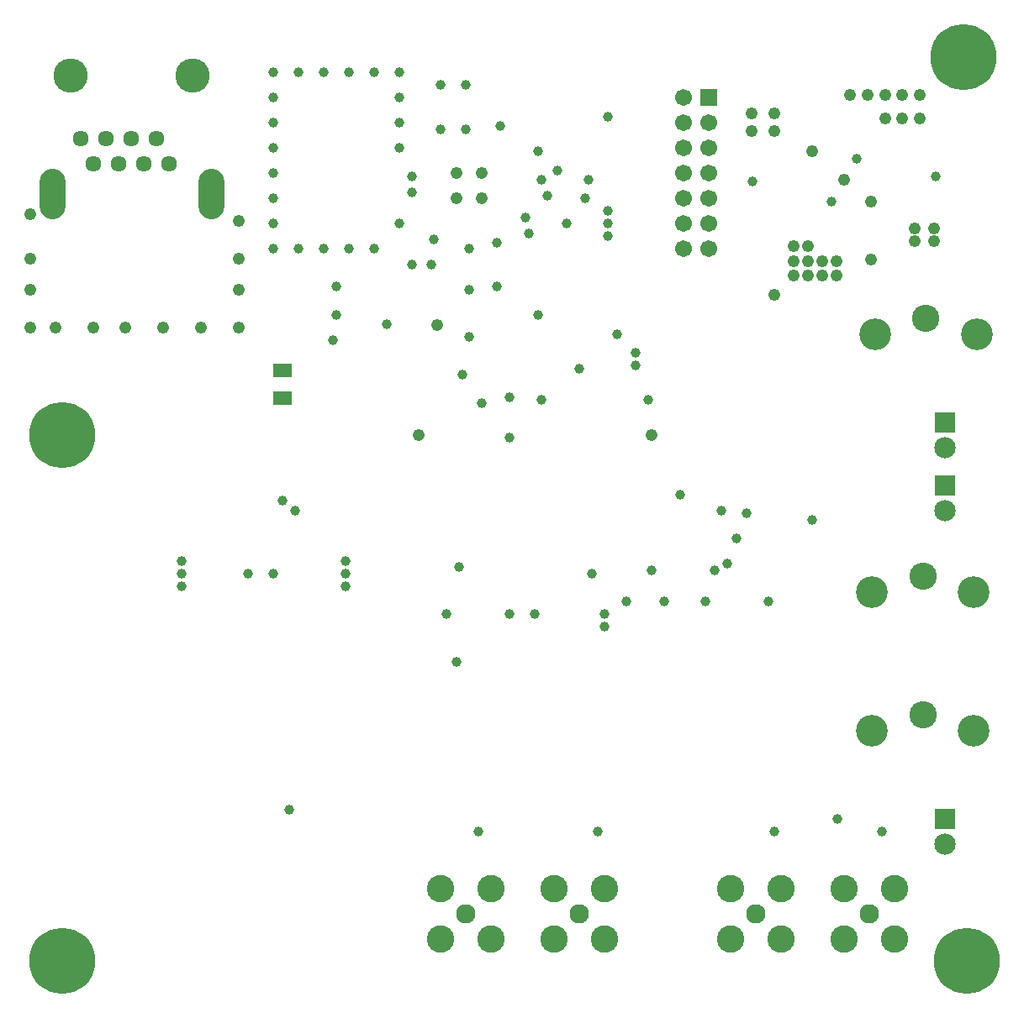
<source format=gbr>
G75*
G70*
%OFA0B0*%
%FSLAX24Y24*%
%IPPOS*%
%LPD*%
%AMOC8*
5,1,8,0,0,1.08239X$1,22.5*
%
%ADD10R,0.0670X0.0670*%
%ADD11C,0.0670*%
%ADD12C,0.1085*%
%ADD13C,0.0770*%
%ADD14C,0.1360*%
%ADD15C,0.1025*%
%ADD16C,0.0634*%
%ADD17R,0.0730X0.0580*%
%ADD18C,0.2620*%
%ADD19C,0.1084*%
%ADD20C,0.1261*%
%ADD21R,0.0848X0.0848*%
%ADD22C,0.0848*%
%ADD23C,0.0390*%
%ADD24C,0.0476*%
%ADD25C,0.0490*%
D10*
X027724Y036107D03*
D11*
X026724Y036107D03*
X026724Y035107D03*
X026724Y034107D03*
X026724Y033107D03*
X027724Y033107D03*
X027724Y034107D03*
X027724Y035107D03*
X027724Y032107D03*
X026724Y032107D03*
X026724Y031107D03*
X027724Y031107D03*
X027724Y030107D03*
X026724Y030107D03*
D12*
X028599Y004732D03*
X028599Y002732D03*
X030599Y002732D03*
X030599Y004732D03*
X033099Y004732D03*
X033099Y002732D03*
X035099Y002732D03*
X035099Y004732D03*
X023599Y004732D03*
X021599Y004732D03*
X021599Y002732D03*
X023599Y002732D03*
X019099Y002732D03*
X017099Y002732D03*
X017099Y004732D03*
X019099Y004732D03*
D13*
X018099Y003732D03*
X022599Y003732D03*
X029599Y003732D03*
X034099Y003732D03*
D14*
X007271Y036982D03*
X002428Y036982D03*
D15*
X001690Y032769D02*
X001690Y031824D01*
X008009Y031824D02*
X008009Y032769D01*
D16*
X006349Y033482D03*
X005349Y033482D03*
X004349Y033482D03*
X003349Y033482D03*
X002849Y034482D03*
X003849Y034482D03*
X004849Y034482D03*
X005849Y034482D03*
D17*
X010849Y025282D03*
X010849Y024182D03*
D18*
X002099Y001857D03*
X002099Y022732D03*
X037849Y037732D03*
X037974Y001857D03*
D19*
X036224Y011612D03*
X036224Y017112D03*
X036349Y027362D03*
D20*
X034322Y026732D03*
X038377Y026732D03*
X038252Y016482D03*
X034197Y016482D03*
X034197Y010982D03*
X038252Y010982D03*
D21*
X037099Y007482D03*
X037099Y020732D03*
X037099Y023232D03*
D22*
X037099Y022232D03*
X037099Y019732D03*
X037099Y006482D03*
D23*
X034599Y006982D03*
X032849Y007482D03*
X030349Y006982D03*
X023349Y006982D03*
X018599Y006982D03*
X017724Y013732D03*
X017349Y015607D03*
X017849Y017482D03*
X019849Y015607D03*
X020849Y015607D03*
X023099Y017232D03*
X023599Y015607D03*
X023599Y015107D03*
X024474Y016107D03*
X025474Y017357D03*
X025974Y016107D03*
X027599Y016107D03*
X027974Y017357D03*
X028474Y017607D03*
X028849Y018607D03*
X029224Y019607D03*
X028224Y019732D03*
X026599Y020357D03*
X025349Y024107D03*
X024849Y025482D03*
X024849Y025982D03*
X024099Y026732D03*
X022599Y025357D03*
X021099Y024107D03*
X019849Y024232D03*
X018724Y023982D03*
X017974Y025107D03*
X018224Y026607D03*
X018224Y028482D03*
X019349Y028607D03*
X018224Y030107D03*
X019349Y030357D03*
X020599Y030732D03*
X020474Y031357D03*
X021349Y032232D03*
X021099Y032857D03*
X021724Y033232D03*
X020974Y033982D03*
X019474Y034982D03*
X018099Y034857D03*
X017099Y034857D03*
X015474Y035107D03*
X015474Y034107D03*
X015974Y032982D03*
X015974Y032357D03*
X015474Y031107D03*
X014474Y030107D03*
X013474Y030107D03*
X012474Y030107D03*
X011474Y030107D03*
X010474Y030107D03*
X010474Y031107D03*
X010474Y032107D03*
X010474Y033107D03*
X010474Y034107D03*
X010474Y035107D03*
X010474Y036107D03*
X010474Y037107D03*
X011474Y037107D03*
X012474Y037107D03*
X013474Y037107D03*
X014474Y037107D03*
X015474Y037107D03*
X015474Y036107D03*
X017099Y036607D03*
X018099Y036607D03*
X022974Y032857D03*
X022849Y032107D03*
X023724Y031607D03*
X023724Y031107D03*
X023724Y030607D03*
X022099Y031107D03*
X020974Y027482D03*
X016849Y030482D03*
X016724Y029482D03*
X015974Y029482D03*
X014974Y027107D03*
X012974Y027482D03*
X012849Y026482D03*
X012974Y028607D03*
X019849Y022607D03*
X013349Y017732D03*
X013349Y017232D03*
X013349Y016732D03*
X010474Y017232D03*
X009474Y017232D03*
X006849Y017232D03*
X006849Y017732D03*
X006849Y016732D03*
X010849Y020107D03*
X011349Y019732D03*
X011099Y007857D03*
X030099Y016107D03*
X031849Y019357D03*
X032599Y031982D03*
X033599Y033669D03*
X036724Y032982D03*
X029474Y032794D03*
X023724Y035357D03*
D24*
X018724Y033107D03*
X017724Y033107D03*
X017724Y032107D03*
X018724Y032107D03*
X016974Y027082D03*
X016224Y022732D03*
X025474Y022732D03*
D25*
X030349Y028294D03*
X031099Y029044D03*
X031099Y029607D03*
X031662Y029607D03*
X032224Y029607D03*
X032224Y029044D03*
X031662Y029044D03*
X032787Y029044D03*
X032787Y029607D03*
X031662Y030232D03*
X031099Y030232D03*
X033099Y032857D03*
X034162Y031982D03*
X035912Y030919D03*
X035912Y030419D03*
X036662Y030419D03*
X036662Y030919D03*
X034162Y029669D03*
X031849Y033982D03*
X030349Y034782D03*
X030349Y035482D03*
X029442Y035482D03*
X029442Y034782D03*
X033349Y036232D03*
X034037Y036232D03*
X034724Y036232D03*
X035412Y036232D03*
X036099Y036232D03*
X036099Y035294D03*
X035412Y035294D03*
X034724Y035294D03*
X009099Y031232D03*
X009099Y029732D03*
X009099Y028482D03*
X009099Y026982D03*
X007599Y026982D03*
X006099Y026982D03*
X004599Y026982D03*
X003349Y026982D03*
X001849Y026982D03*
X000849Y026982D03*
X000849Y028482D03*
X000849Y029732D03*
X000849Y031482D03*
M02*

</source>
